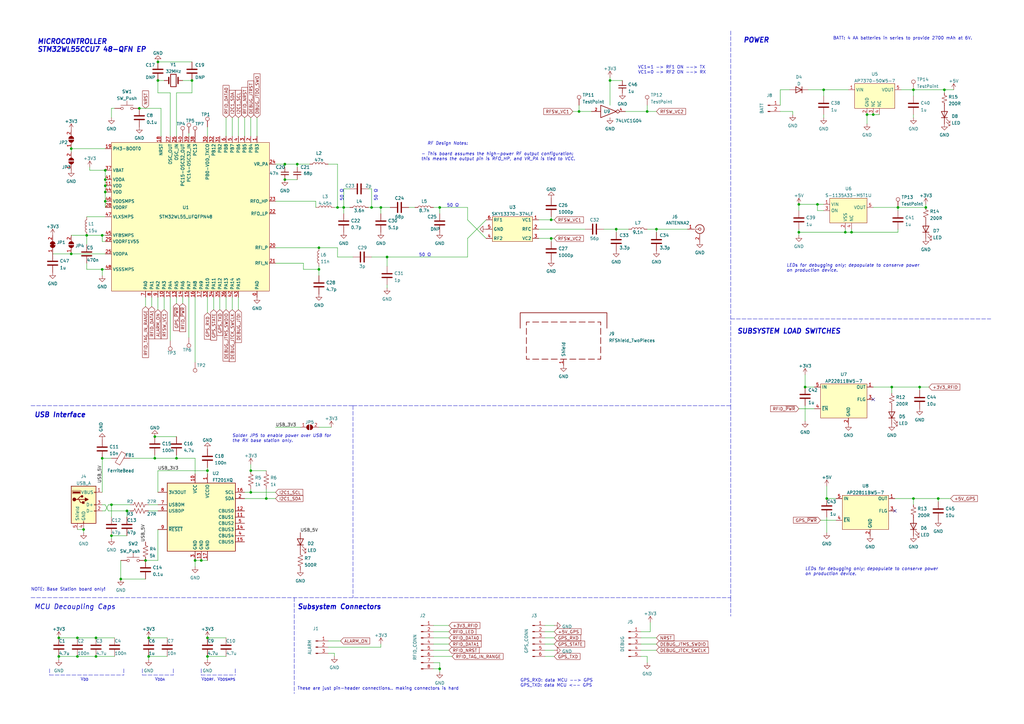
<source format=kicad_sch>
(kicad_sch (version 20211123) (generator eeschema)
  (paper "A3")
  (junction (at 85.09 269.24))
  (junction (at 43.18 73.66))
  (junction (at 349.25 95.25))
  (junction (at 226.06 97.79))
  (junction (at 265.43 45.72))
  (junction (at 59.69 229.87))
  (junction (at 39.37 269.24))
  (junction (at 327.66 83.82))
  (junction (at 29.21 104.14))
  (junction (at 85.09 261.62))
  (junction (at 116.84 73.66))
  (junction (at 384.81 204.47))
  (junction (at 109.22 204.47))
  (junction (at 377.19 158.75))
  (junction (at 327.66 95.25))
  (junction (at 35.56 96.52))
  (junction (at 358.14 46.99))
  (junction (at 156.21 85.09))
  (junction (at 102.87 201.93))
  (junction (at 78.74 33.02))
  (junction (at 337.82 36.83))
  (junction (at 31.75 261.62))
  (junction (at 339.09 204.47))
  (junction (at 140.97 85.09))
  (junction (at 335.28 83.82))
  (junction (at 252.73 93.98))
  (junction (at 180.34 85.09))
  (junction (at 41.91 187.96))
  (junction (at 43.18 76.2))
  (junction (at 130.81 101.6))
  (junction (at 250.19 33.02))
  (junction (at 269.24 93.98))
  (junction (at 49.53 237.49))
  (junction (at 41.91 110.49))
  (junction (at 31.75 269.24))
  (junction (at 45.72 207.01))
  (junction (at 64.77 33.02))
  (junction (at 64.77 25.4))
  (junction (at 355.6 46.99))
  (junction (at 130.81 110.49))
  (junction (at 116.84 67.31))
  (junction (at 121.92 67.31))
  (junction (at 102.87 193.04))
  (junction (at 346.71 95.25))
  (junction (at 158.75 105.41))
  (junction (at 41.91 96.52))
  (junction (at 63.5 179.07))
  (junction (at 24.13 269.24))
  (junction (at 330.2 158.75))
  (junction (at 138.43 85.09))
  (junction (at 52.07 209.55))
  (junction (at 43.18 82.55))
  (junction (at 60.96 269.24))
  (junction (at 152.4 85.09))
  (junction (at 45.72 219.71))
  (junction (at 63.5 187.96))
  (junction (at 365.76 158.75))
  (junction (at 379.73 85.09))
  (junction (at 180.34 274.32))
  (junction (at 85.09 193.04))
  (junction (at 374.65 204.47))
  (junction (at 226.06 90.17))
  (junction (at 43.18 69.85))
  (junction (at 24.13 261.62))
  (junction (at 57.15 44.45))
  (junction (at 387.35 36.83))
  (junction (at 34.29 217.17))
  (junction (at 374.65 36.83))
  (junction (at 29.21 60.96))
  (junction (at 39.37 261.62))
  (junction (at 60.96 261.62))
  (junction (at 368.3 85.09))
  (junction (at 43.18 78.74))
  (junction (at 237.49 45.72))
  (junction (at 80.01 229.87))
  (junction (at 82.55 229.87))
  (junction (at 72.39 187.96))
  (no_connect (at 358.14 163.83))
  (no_connect (at 367.03 209.55))
  (wire (pts (xy 59.69 229.87) (xy 64.77 229.87)))
  (wire (pts (xy 52.07 209.55) (xy 52.07 212.09)))
  (wire (pts (xy 223.52 269.24) (xy 227.33 269.24)))
  (wire (pts (xy 223.52 259.08) (xy 227.33 259.08)))
  (wire (pts (xy 320.04 36.83) (xy 323.85 36.83)))
  (wire (pts (xy 250.19 33.02) (xy 255.27 33.02)))
  (wire (pts (xy 100.33 48.26) (xy 100.33 55.88)))
  (wire (pts (xy 80.01 187.96) (xy 80.01 194.31)))
  (wire (pts (xy 69.85 121.92) (xy 69.85 139.7)))
  (wire (pts (xy 60.96 207.01) (xy 64.77 207.01)))
  (wire (pts (xy 100.33 201.93) (xy 102.87 201.93)))
  (wire (pts (xy 151.13 77.47) (xy 152.4 77.47)))
  (wire (pts (xy 138.43 85.09) (xy 140.97 85.09)))
  (wire (pts (xy 387.35 36.83) (xy 387.35 38.1)))
  (wire (pts (xy 44.45 207.01) (xy 45.72 207.01)))
  (polyline (pts (xy 50.8 274.32) (xy 50.8 276.86)))
  (wire (pts (xy 269.24 93.98) (xy 281.94 93.98)))
  (wire (pts (xy 250.19 31.75) (xy 250.19 33.02)))
  (wire (pts (xy 41.91 99.06) (xy 41.91 96.52)))
  (wire (pts (xy 92.71 48.26) (xy 92.71 55.88)))
  (polyline (pts (xy 299.72 166.37) (xy 299.72 245.11)))
  (wire (pts (xy 24.13 261.62) (xy 31.75 261.62)))
  (wire (pts (xy 105.41 48.26) (xy 105.41 55.88)))
  (wire (pts (xy 331.47 36.83) (xy 337.82 36.83)))
  (wire (pts (xy 24.13 270.51) (xy 24.13 269.24)))
  (wire (pts (xy 140.97 77.47) (xy 140.97 85.09)))
  (wire (pts (xy 177.8 85.09) (xy 180.34 85.09)))
  (wire (pts (xy 53.34 187.96) (xy 63.5 187.96)))
  (wire (pts (xy 130.81 101.6) (xy 138.43 101.6)))
  (wire (pts (xy 346.71 95.25) (xy 349.25 95.25)))
  (wire (pts (xy 379.73 83.82) (xy 379.73 85.09)))
  (wire (pts (xy 140.97 85.09) (xy 143.51 85.09)))
  (wire (pts (xy 152.4 85.09) (xy 156.21 85.09)))
  (wire (pts (xy 36.83 68.58) (xy 36.83 69.85)))
  (wire (pts (xy 337.82 46.99) (xy 337.82 48.26)))
  (wire (pts (xy 266.7 259.08) (xy 266.7 255.27)))
  (wire (pts (xy 100.33 204.47) (xy 109.22 204.47)))
  (wire (pts (xy 226.06 97.79) (xy 226.06 99.06)))
  (wire (pts (xy 49.53 237.49) (xy 59.69 237.49)))
  (wire (pts (xy 113.03 82.55) (xy 129.54 82.55)))
  (wire (pts (xy 57.15 44.45) (xy 66.04 44.45)))
  (wire (pts (xy 41.91 110.49) (xy 41.91 113.03)))
  (wire (pts (xy 85.09 121.92) (xy 85.09 128.27)))
  (wire (pts (xy 177.8 256.54) (xy 184.15 256.54)))
  (wire (pts (xy 49.53 229.87) (xy 49.53 237.49)))
  (wire (pts (xy 325.12 45.72) (xy 320.04 45.72)))
  (wire (pts (xy 66.04 44.45) (xy 66.04 55.88)))
  (wire (pts (xy 24.13 269.24) (xy 31.75 269.24)))
  (wire (pts (xy 247.65 93.98) (xy 252.73 93.98)))
  (wire (pts (xy 130.81 109.22) (xy 130.81 110.49)))
  (polyline (pts (xy 58.42 274.32) (xy 58.42 276.86)))
  (polyline (pts (xy 82.55 276.86) (xy 96.52 276.86)))
  (wire (pts (xy 116.84 73.66) (xy 121.92 73.66)))
  (wire (pts (xy 109.22 204.47) (xy 113.03 204.47)))
  (wire (pts (xy 116.84 67.31) (xy 121.92 67.31)))
  (polyline (pts (xy 58.42 276.86) (xy 71.12 276.86)))
  (wire (pts (xy 339.09 199.39) (xy 339.09 204.47)))
  (wire (pts (xy 262.89 261.62) (xy 269.24 261.62)))
  (wire (pts (xy 45.72 219.71) (xy 52.07 219.71)))
  (wire (pts (xy 129.54 82.55) (xy 129.54 85.09)))
  (wire (pts (xy 34.29 218.44) (xy 34.29 217.17)))
  (wire (pts (xy 74.93 33.02) (xy 78.74 33.02)))
  (wire (pts (xy 387.35 36.83) (xy 391.16 36.83)))
  (wire (pts (xy 177.8 271.78) (xy 180.34 271.78)))
  (wire (pts (xy 72.39 186.69) (xy 72.39 187.96)))
  (wire (pts (xy 44.45 209.55) (xy 43.18 207.01)))
  (wire (pts (xy 134.62 262.89) (xy 139.7 262.89)))
  (polyline (pts (xy 144.78 166.37) (xy 299.72 166.37)))
  (wire (pts (xy 39.37 269.24) (xy 46.99 269.24)))
  (wire (pts (xy 220.98 90.17) (xy 226.06 90.17)))
  (wire (pts (xy 97.79 121.92) (xy 97.79 127)))
  (wire (pts (xy 29.21 104.14) (xy 43.18 104.14)))
  (wire (pts (xy 374.65 204.47) (xy 374.65 207.01)))
  (wire (pts (xy 31.75 269.24) (xy 39.37 269.24)))
  (wire (pts (xy 113.03 107.95) (xy 124.46 107.95)))
  (wire (pts (xy 77.47 54.61) (xy 77.47 55.88)))
  (wire (pts (xy 35.56 88.9) (xy 43.18 88.9)))
  (wire (pts (xy 36.83 69.85) (xy 43.18 69.85)))
  (wire (pts (xy 124.46 110.49) (xy 130.81 110.49)))
  (wire (pts (xy 220.98 97.79) (xy 226.06 97.79)))
  (wire (pts (xy 43.18 99.06) (xy 41.91 99.06)))
  (wire (pts (xy 346.71 95.25) (xy 346.71 93.98)))
  (wire (pts (xy 152.4 77.47) (xy 152.4 85.09)))
  (polyline (pts (xy 120.65 245.11) (xy 120.65 284.48)))
  (wire (pts (xy 151.13 85.09) (xy 152.4 85.09)))
  (wire (pts (xy 369.57 36.83) (xy 374.65 36.83)))
  (wire (pts (xy 137.16 267.97) (xy 137.16 269.24)))
  (wire (pts (xy 156.21 85.09) (xy 156.21 87.63)))
  (wire (pts (xy 384.81 204.47) (xy 389.89 204.47)))
  (wire (pts (xy 60.96 209.55) (xy 64.77 209.55)))
  (wire (pts (xy 355.6 46.99) (xy 358.14 46.99)))
  (polyline (pts (xy 20.32 274.32) (xy 20.32 276.86)))
  (wire (pts (xy 226.06 97.79) (xy 227.33 97.79)))
  (wire (pts (xy 64.77 25.4) (xy 78.74 25.4)))
  (wire (pts (xy 137.16 85.09) (xy 138.43 85.09)))
  (wire (pts (xy 250.19 33.02) (xy 250.19 43.18)))
  (wire (pts (xy 252.73 93.98) (xy 257.81 93.98)))
  (wire (pts (xy 60.96 269.24) (xy 60.96 270.51)))
  (wire (pts (xy 39.37 261.62) (xy 46.99 261.62)))
  (polyline (pts (xy 144.78 166.37) (xy 144.78 245.11)))
  (wire (pts (xy 327.66 167.64) (xy 334.01 167.64)))
  (wire (pts (xy 191.77 85.09) (xy 191.77 90.17)))
  (wire (pts (xy 262.89 259.08) (xy 266.7 259.08)))
  (wire (pts (xy 158.75 105.41) (xy 191.77 105.41)))
  (wire (pts (xy 365.76 158.75) (xy 377.19 158.75)))
  (wire (pts (xy 335.28 83.82) (xy 327.66 83.82)))
  (wire (pts (xy 72.39 187.96) (xy 80.01 187.96)))
  (wire (pts (xy 158.75 105.41) (xy 158.75 109.22)))
  (wire (pts (xy 78.74 33.02) (xy 78.74 38.1)))
  (wire (pts (xy 109.22 200.66) (xy 109.22 204.47)))
  (wire (pts (xy 69.85 38.1) (xy 64.77 38.1)))
  (wire (pts (xy 74.93 121.92) (xy 74.93 124.46)))
  (wire (pts (xy 63.5 186.69) (xy 63.5 187.96)))
  (wire (pts (xy 177.8 269.24) (xy 185.42 269.24)))
  (wire (pts (xy 43.18 73.66) (xy 43.18 76.2)))
  (wire (pts (xy 85.09 261.62) (xy 92.71 261.62)))
  (wire (pts (xy 67.31 121.92) (xy 67.31 127)))
  (wire (pts (xy 85.09 52.07) (xy 85.09 55.88)))
  (wire (pts (xy 223.52 261.62) (xy 227.33 261.62)))
  (wire (pts (xy 180.34 85.09) (xy 191.77 85.09)))
  (wire (pts (xy 191.77 97.79) (xy 191.77 105.41)))
  (wire (pts (xy 191.77 90.17) (xy 199.39 97.79)))
  (wire (pts (xy 337.82 83.82) (xy 335.28 83.82)))
  (polyline (pts (xy 20.32 276.86) (xy 50.8 276.86)))
  (wire (pts (xy 223.52 264.16) (xy 227.33 264.16)))
  (wire (pts (xy 327.66 95.25) (xy 346.71 95.25)))
  (polyline (pts (xy 12.7 245.11) (xy 299.72 245.11)))
  (wire (pts (xy 102.87 48.26) (xy 102.87 55.88)))
  (wire (pts (xy 69.85 55.88) (xy 69.85 38.1)))
  (wire (pts (xy 177.8 261.62) (xy 184.15 261.62)))
  (polyline (pts (xy 299.72 12.7) (xy 299.72 166.37)))
  (wire (pts (xy 339.09 204.47) (xy 342.9 204.47)))
  (wire (pts (xy 226.06 90.17) (xy 227.33 90.17)))
  (wire (pts (xy 330.2 172.72) (xy 330.2 166.37)))
  (wire (pts (xy 130.81 110.49) (xy 130.81 113.03)))
  (wire (pts (xy 158.75 116.84) (xy 158.75 118.11)))
  (wire (pts (xy 43.18 82.55) (xy 43.18 85.09)))
  (wire (pts (xy 80.01 232.41) (xy 80.01 229.87)))
  (wire (pts (xy 152.4 105.41) (xy 158.75 105.41)))
  (wire (pts (xy 64.77 193.04) (xy 64.77 201.93)))
  (wire (pts (xy 97.79 48.26) (xy 97.79 55.88)))
  (wire (pts (xy 35.56 96.52) (xy 41.91 96.52)))
  (wire (pts (xy 134.62 67.31) (xy 138.43 67.31)))
  (wire (pts (xy 45.72 48.26) (xy 45.72 44.45)))
  (wire (pts (xy 336.55 213.36) (xy 342.9 213.36)))
  (wire (pts (xy 368.3 95.25) (xy 349.25 95.25)))
  (wire (pts (xy 41.91 187.96) (xy 45.72 187.96)))
  (wire (pts (xy 265.43 45.72) (xy 256.54 45.72)))
  (wire (pts (xy 365.76 158.75) (xy 365.76 161.29)))
  (wire (pts (xy 85.09 193.04) (xy 85.09 194.31)))
  (wire (pts (xy 41.91 187.96) (xy 41.91 201.93)))
  (wire (pts (xy 252.73 93.98) (xy 252.73 95.25)))
  (wire (pts (xy 180.34 271.78) (xy 180.34 274.32)))
  (wire (pts (xy 64.77 121.92) (xy 64.77 127)))
  (wire (pts (xy 269.24 45.72) (xy 265.43 45.72)))
  (wire (pts (xy 29.21 96.52) (xy 35.56 96.52)))
  (wire (pts (xy 223.52 266.7) (xy 227.33 266.7)))
  (wire (pts (xy 262.89 264.16) (xy 269.24 264.16)))
  (wire (pts (xy 237.49 43.18) (xy 237.49 45.72)))
  (wire (pts (xy 138.43 67.31) (xy 138.43 85.09)))
  (wire (pts (xy 265.43 43.18) (xy 265.43 45.72)))
  (wire (pts (xy 95.25 121.92) (xy 95.25 127)))
  (wire (pts (xy 63.5 179.07) (xy 72.39 179.07)))
  (wire (pts (xy 367.03 204.47) (xy 374.65 204.47)))
  (wire (pts (xy 85.09 191.77) (xy 85.09 193.04)))
  (wire (pts (xy 156.21 264.16) (xy 156.21 265.43)))
  (wire (pts (xy 262.89 266.7) (xy 269.24 266.7)))
  (wire (pts (xy 374.65 46.99) (xy 374.65 48.26)))
  (wire (pts (xy 21.59 104.14) (xy 29.21 104.14)))
  (wire (pts (xy 167.64 85.09) (xy 170.18 85.09)))
  (polyline (pts (xy 82.55 274.32) (xy 82.55 276.86)))
  (wire (pts (xy 29.21 60.96) (xy 43.18 60.96)))
  (wire (pts (xy 368.3 93.98) (xy 368.3 95.25)))
  (wire (pts (xy 140.97 85.09) (xy 140.97 87.63)))
  (wire (pts (xy 92.71 121.92) (xy 92.71 127)))
  (wire (pts (xy 113.03 175.26) (xy 123.19 175.26)))
  (wire (pts (xy 121.92 67.31) (xy 127 67.31)))
  (wire (pts (xy 269.24 93.98) (xy 269.24 95.25)))
  (wire (pts (xy 234.95 45.72) (xy 237.49 45.72)))
  (wire (pts (xy 64.77 33.02) (xy 67.31 33.02)))
  (wire (pts (xy 45.72 207.01) (xy 53.34 207.01)))
  (wire (pts (xy 177.8 259.08) (xy 184.15 259.08)))
  (wire (pts (xy 349.25 95.25) (xy 349.25 93.98)))
  (wire (pts (xy 52.07 209.55) (xy 53.34 209.55)))
  (wire (pts (xy 85.09 269.24) (xy 92.71 269.24)))
  (wire (pts (xy 41.91 207.01) (xy 43.18 207.01)))
  (wire (pts (xy 64.77 38.1) (xy 64.77 33.02)))
  (wire (pts (xy 44.45 209.55) (xy 52.07 209.55)))
  (wire (pts (xy 72.39 121.92) (xy 72.39 124.46)))
  (wire (pts (xy 35.56 107.95) (xy 35.56 110.49)))
  (wire (pts (xy 337.82 36.83) (xy 337.82 39.37)))
  (wire (pts (xy 339.09 218.44) (xy 339.09 212.09)))
  (wire (pts (xy 124.46 107.95) (xy 124.46 110.49)))
  (wire (pts (xy 102.87 200.66) (xy 102.87 201.93)))
  (wire (pts (xy 41.91 209.55) (xy 43.18 209.55)))
  (wire (pts (xy 223.52 256.54) (xy 227.33 256.54)))
  (wire (pts (xy 116.84 67.31) (xy 116.84 68.58)))
  (wire (pts (xy 355.6 46.99) (xy 355.6 50.8)))
  (wire (pts (xy 177.8 264.16) (xy 184.15 264.16)))
  (wire (pts (xy 191.77 97.79) (xy 199.39 90.17)))
  (wire (pts (xy 45.72 220.98) (xy 45.72 219.71)))
  (wire (pts (xy 327.66 83.82) (xy 327.66 86.36)))
  (wire (pts (xy 265.43 93.98) (xy 269.24 93.98)))
  (wire (pts (xy 31.75 261.62) (xy 39.37 261.62)))
  (wire (pts (xy 64.77 217.17) (xy 64.77 229.87)))
  (wire (pts (xy 45.72 44.45) (xy 46.99 44.45)))
  (wire (pts (xy 226.06 88.9) (xy 226.06 90.17)))
  (wire (pts (xy 121.92 67.31) (xy 121.92 68.58)))
  (wire (pts (xy 358.14 46.99) (xy 360.68 46.99)))
  (wire (pts (xy 113.03 67.31) (xy 116.84 67.31)))
  (wire (pts (xy 327.66 93.98) (xy 327.66 95.25)))
  (wire (pts (xy 62.23 121.92) (xy 62.23 125.73)))
  (wire (pts (xy 29.21 60.96) (xy 29.21 62.23)))
  (wire (pts (xy 102.87 190.5) (xy 102.87 193.04)))
  (wire (pts (xy 265.43 271.78) (xy 265.43 269.24)))
  (polyline (pts (xy 71.12 274.32) (xy 71.12 276.86)))
  (wire (pts (xy 72.39 38.1) (xy 72.39 55.88)))
  (wire (pts (xy 41.91 96.52) (xy 43.18 96.52)))
  (wire (pts (xy 80.01 229.87) (xy 82.55 229.87)))
  (wire (pts (xy 384.81 204.47) (xy 384.81 205.74)))
  (wire (pts (xy 72.39 38.1) (xy 78.74 38.1)))
  (wire (pts (xy 95.25 48.26) (xy 95.25 55.88)))
  (wire (pts (xy 374.65 204.47) (xy 384.81 204.47)))
  (wire (pts (xy 43.18 209.55) (xy 44.45 207.01)))
  (wire (pts (xy 330.2 153.67) (xy 330.2 158.75)))
  (wire (pts (xy 368.3 85.09) (xy 368.3 86.36)))
  (wire (pts (xy 43.18 78.74) (xy 43.18 82.55)))
  (wire (pts (xy 43.18 76.2) (xy 43.18 78.74)))
  (wire (pts (xy 60.96 269.24) (xy 68.58 269.24)))
  (wire (pts (xy 374.65 36.83) (xy 387.35 36.83)))
  (wire (pts (xy 358.14 158.75) (xy 365.76 158.75)))
  (wire (pts (xy 130.81 175.26) (xy 135.89 175.26)))
  (wire (pts (xy 64.77 193.04) (xy 85.09 193.04)))
  (wire (pts (xy 113.03 101.6) (xy 130.81 101.6)))
  (wire (pts (xy 265.43 269.24) (xy 262.89 269.24)))
  (wire (pts (xy 138.43 101.6) (xy 138.43 105.41)))
  (wire (pts (xy 320.04 43.18) (xy 320.04 36.83)))
  (wire (pts (xy 45.72 207.01) (xy 45.72 212.09)))
  (wire (pts (xy 180.34 274.32) (xy 180.34 275.59)))
  (wire (pts (xy 237.49 45.72) (xy 242.57 45.72)))
  (wire (pts (xy 377.19 158.75) (xy 377.19 160.02)))
  (wire (pts (xy 134.62 267.97) (xy 137.16 267.97)))
  (wire (pts (xy 31.75 217.17) (xy 34.29 217.17)))
  (wire (pts (xy 63.5 187.96) (xy 72.39 187.96)))
  (wire (pts (xy 41.91 110.49) (xy 43.18 110.49)))
  (wire (pts (xy 35.56 110.49) (xy 41.91 110.49)))
  (wire (pts (xy 325.12 46.99) (xy 325.12 45.72)))
  (wire (pts (xy 374.65 36.83) (xy 374.65 39.37)))
  (wire (pts (xy 177.8 274.32) (xy 180.34 274.32)))
  (wire (pts (xy 35.56 96.52) (xy 35.56 100.33)))
  (wire (pts (xy 90.17 121.92) (xy 90.17 127)))
  (wire (pts (xy 82.55 229.87) (xy 85.09 229.87)))
  (wire (pts (xy 177.8 266.7) (xy 184.15 266.7)))
  (wire (pts (xy 337.82 86.36) (xy 335.28 86.36)))
  (wire (pts (xy 368.3 85.09) (xy 379.73 85.09)))
  (wire (pts (xy 180.34 85.09) (xy 180.34 87.63)))
  (wire (pts (xy 102.87 193.04) (xy 109.22 193.04)))
  (wire (pts (xy 337.82 36.83) (xy 347.98 36.83)))
  (wire (pts (xy 330.2 158.75) (xy 334.01 158.75)))
  (wire (pts (xy 156.21 85.09) (xy 160.02 85.09)))
  (wire (pts (xy 87.63 121.92) (xy 87.63 127)))
  (wire (pts (xy 143.51 77.47) (xy 140.97 77.47)))
  (wire (pts (xy 368.3 85.09) (xy 358.14 85.09)))
  (wire (pts (xy 77.47 121.92) (xy 77.47 138.43)))
  (wire (pts (xy 102.87 201.93) (xy 113.03 201.93)))
  (wire (pts (xy 85.09 270.51) (xy 85.09 269.24)))
  (polyline (pts (xy 299.72 130.81) (xy 406.4 130.81)))
  (polyline (pts (xy 96.52 274.32) (xy 96.52 276.86)))
  (polyline (pts (xy 299.72 245.11) (xy 299.72 252.73)))
  (wire (pts (xy 60.96 261.62) (xy 68.58 261.62)))
  (wire (pts (xy 43.18 69.85) (xy 43.18 73.66)))
  (wire (pts (xy 80.01 121.92) (xy 80.01 148.59)))
  (wire (pts (xy 327.66 95.25) (xy 327.66 96.52)))
  (wire (pts (xy 335.28 83.82) (xy 335.28 86.36)))
  (wire (pts (xy 377.19 158.75) (xy 381 158.75)))
  (wire (pts (xy 59.69 121.92) (xy 59.69 125.73)))
  (wire (pts (xy 220.98 93.98) (xy 240.03 93.98)))
  (wire (pts (xy 138.43 105.41) (xy 144.78 105.41)))
  (polyline (pts (xy 12.7 166.37) (xy 144.78 166.37)))
  (wire (pts (xy 134.62 265.43) (xy 156.21 265.43)))
  (text "NOTE: Base Station board only!" (at 12.7 242.57 0) (effects (font (size 1.27 1.27)) (justify left bottom)))
  (text "V_{DD} \n" (at 33.02 279.4 0) (effects (font (size 1.27 1.27)) (justify left bottom)))
  (text "Subsystem Connectors" (at 121.92 250.19 0) (effects (font (size 2 2) bold italic) (justify left bottom)))
  (text "These are just pin-header connections.. making connectors is hard\n" (at 121.92 283.21 0) (effects (font (size 1.27 1.27)) (justify left bottom)))
  (text "50 Ω \n" (at 189.23 85.09 180) (effects (font (size 1.27 1.27)) (justify right bottom)))
  (text "SUBSYSTEM LOAD SWITCHES" (at 302.26 137.16 0) (effects (font (size 2 2) (thickness 0.4) bold italic) (justify left bottom)))
  (text "VC1=1 -> RF1 ON --> TX \nVC1=0 -> RF2 ON --> RX\n" (at 261.62 30.48 0) (effects (font (size 1.27 1.27)) (justify left bottom)))
  (text "MICROCONTROLLER\nSTM32WL55CCU7 48-QFN EP\n" (at 15.24 21.59 0) (effects (font (size 2 2) (thickness 0.4) bold italic) (justify left bottom)))
  (text "Solder JP5 to enable power over USB for \nthe RX base station only. " (at 95.25 181.61 0) (effects (font (size 1.27 1.27) italic) (justify left bottom)))
  (text "V_{DDA}\n" (at 63.5 279.4 0) (effects (font (size 1.27 1.27)) (justify left bottom)))
  (text "50 Ω " (at 140.97 82.55 90) (effects (font (size 1.27 1.27)) (justify left bottom)))
  (text "BATT: 4 AA batteries in series to provide 2700 mAh at 6V. " (at 341.63 16.51 0) (effects (font (size 1.27 1.27)) (justify left bottom)))
  (text "LEDs for debugging only; depopulate to conserve power \non production device.\n" (at 322.58 111.76 0) (effects (font (size 1.27 1.27) italic) (justify left bottom)))
  (text "50 Ω \n" (at 177.8 105.41 180) (effects (font (size 1.27 1.27)) (justify right bottom)))
  (text "MCU Decoupling Caps" (at 13.97 250.19 0) (effects (font (size 2 2) (thickness 0.254) bold italic) (justify left bottom)))
  (text "V_{DDRF}, V_{DDSMPS}" (at 82.55 279.4 0) (effects (font (size 1.27 1.27)) (justify left bottom)))
  (text "50 Ω \n" (at 154.94 82.55 90) (effects (font (size 1.27 1.27)) (justify left bottom)))
  (text "GPS_RXD: data MCU --> GPS\nGPS_TXD: data MCU <-- GPS\n" (at 213.36 281.94 0) (effects (font (size 1.27 1.27)) (justify left bottom)))
  (text "POWER" (at 304.8 17.78 0) (effects (font (size 2 2) (thickness 0.4) bold italic) (justify left bottom)))
  (text "USB Interface\n" (at 13.97 171.45 0) (effects (font (size 2 2) bold italic) (justify left bottom)))
  (text "RF Design Notes: " (at 175.26 59.69 0) (effects (font (size 1.27 1.27) italic) (justify left bottom)))
  (text "LEDs for debugging only; depopulate to conserve power \non production device.\n" (at 330.2 236.22 0) (effects (font (size 1.27 1.27) italic) (justify left bottom)))
  (text "- This board assumes the high-power RF output configuration: \nthis means the output pin is RFO_HP, and VR_PA is tied to VCC. " (at 172.72 66.04 0) (effects (font (size 1.27 1.27) italic) (justify left bottom)))
  (label "USB_3V3" (at 113.03 175.26 0))
  (label "USB_5V" (at 59.69 222.25 90))
  (label "USB_3V3" (at 64.77 193.04 0))
  (label "USB_5V" (at 41.91 198.12 90))
  (label "USB_5V" (at 123.19 218.44 0))
  (global_label "GPS_~{PWR}" (shape input) (at 72.39 124.46 270) (property "Intersheet References" "${INTERSHEET_REFS}" (effects hide)))
  (global_label "I2C1_SCL" (shape input) (at 113.03 201.93 0) (property "Intersheet References" "${INTERSHEET_REFS}" (effects hide)))
  (global_label "RFID_TAG_IN_RANGE" (shape input) (at 185.42 269.24 0) (property "Intersheet References" "${INTERSHEET_REFS}" (effects hide)))
  (global_label "DBUG_JTDO_SWO" (shape input) (at 105.41 48.26 90) (property "Intersheet References" "${INTERSHEET_REFS}" (effects hide)))
  (global_label "RFID_NRST" (shape input) (at 184.15 266.7 0) (property "Intersheet References" "${INTERSHEET_REFS}" (effects hide)))
  (global_label "+5V_GPS" (shape input) (at 227.33 259.08 0) (property "Intersheet References" "${INTERSHEET_REFS}" (effects hide)))
  (global_label "GPS_TXD" (shape input) (at 90.17 127 270) (property "Intersheet References" "${INTERSHEET_REFS}" (effects hide)))
  (global_label "RFID_DATA0" (shape input) (at 92.71 48.26 90) (property "Intersheet References" "${INTERSHEET_REFS}" (effects hide)))
  (global_label "RFID_~{PWR}" (shape input) (at 327.66 167.64 180) (property "Intersheet References" "${INTERSHEET_REFS}" (effects hide)))
  (global_label "RFID_LED" (shape input) (at 184.15 259.08 0) (property "Intersheet References" "${INTERSHEET_REFS}" (effects hide)))
  (global_label "RFSW_VC2" (shape input) (at 269.24 45.72 0) (property "Intersheet References" "${INTERSHEET_REFS}" (effects hide)))
  (global_label "GPS_RXD" (shape input) (at 227.33 261.62 0) (property "Intersheet References" "${INTERSHEET_REFS}" (effects hide)))
  (global_label "GPS_STATE" (shape input) (at 87.63 127 270) (property "Intersheet References" "${INTERSHEET_REFS}" (effects hide)))
  (global_label "RFID_DATA1" (shape input) (at 62.23 125.73 270) (property "Intersheet References" "${INTERSHEET_REFS}" (effects hide)))
  (global_label "DEBUG_JTCK_SWCLK" (shape input) (at 269.24 266.7 0) (property "Intersheet References" "${INTERSHEET_REFS}" (effects hide)))
  (global_label "RFSW_VC2" (shape input) (at 227.33 97.79 0) (property "Intersheet References" "${INTERSHEET_REFS}" (effects hide)))
  (global_label "I2C1_SDA" (shape input) (at 95.25 48.26 90) (property "Intersheet References" "${INTERSHEET_REFS}" (effects hide)))
  (global_label "+3V3_RFID" (shape input) (at 381 158.75 0) (property "Intersheet References" "${INTERSHEET_REFS}" (effects hide)))
  (global_label "RFID_NRST" (shape input) (at 100.33 48.26 90) (property "Intersheet References" "${INTERSHEET_REFS}" (effects hide)))
  (global_label "NRST" (shape input) (at 269.24 261.62 0) (property "Intersheet References" "${INTERSHEET_REFS}" (effects hide)))
  (global_label "I2C1_SCL" (shape input) (at 97.79 48.26 90) (property "Intersheet References" "${INTERSHEET_REFS}" (effects hide)))
  (global_label "RFID_DATA1" (shape input) (at 184.15 264.16 0) (property "Intersheet References" "${INTERSHEET_REFS}" (effects hide)))
  (global_label "NRST" (shape input) (at 59.69 44.45 90) (property "Intersheet References" "${INTERSHEET_REFS}" (effects hide)))
  (global_label "DEBUG_JTCK_SWCLK" (shape input) (at 95.25 127 270) (property "Intersheet References" "${INTERSHEET_REFS}" (effects hide)))
  (global_label "DEBUG_JTMS_SWDIO" (shape input) (at 269.24 264.16 0) (property "Intersheet References" "${INTERSHEET_REFS}" (effects hide)))
  (global_label "+5V_GPS" (shape input) (at 389.89 204.47 0) (property "Intersheet References" "${INTERSHEET_REFS}" (effects hide)))
  (global_label "RFSW_VC1" (shape input) (at 234.95 45.72 180) (property "Intersheet References" "${INTERSHEET_REFS}" (effects hide)))
  (global_label "RFID_~{PWR}" (shape input) (at 74.93 124.46 270) (property "Intersheet References" "${INTERSHEET_REFS}" (effects hide)))
  (global_label "DEBUG_JTRST" (shape input) (at 102.87 48.26 90) (property "Intersheet References" "${INTERSHEET_REFS}" (effects hide)))
  (global_label "RFID_TAG_IN_RANGE" (shape input) (at 59.69 125.73 270) (property "Intersheet References" "${INTERSHEET_REFS}" (effects hide)))
  (global_label "ALARM_ON" (shape input) (at 139.7 262.89 0) (property "Intersheet References" "${INTERSHEET_REFS}" (effects hide)))
  (global_label "RFSW_VC1" (shape input) (at 227.33 90.17 0) (property "Intersheet References" "${INTERSHEET_REFS}" (effects hide)))
  (global_label "DEBUG_JTMS_SWDIO" (shape input) (at 92.71 127 270) (property "Intersheet References" "${INTERSHEET_REFS}" (effects hide)))
  (global_label "RFSW_VC1" (shape input) (at 67.31 127 270) (property "Intersheet References" "${INTERSHEET_REFS}" (effects hide)))
  (global_label "GPS_~{PWR}" (shape input) (at 336.55 213.36 180) (property "Intersheet References" "${INTERSHEET_REFS}" (effects hide)))
  (global_label "+3V3_RFID" (shape input) (at 184.15 256.54 0) (property "Intersheet References" "${INTERSHEET_REFS}" (effects hide)))
  (global_label "I2C1_SDA" (shape input) (at 113.03 204.47 0) (property "Intersheet References" "${INTERSHEET_REFS}" (effects hide)))
  (global_label "RFID_DATA0" (shape input) (at 184.15 261.62 0) (property "Intersheet References" "${INTERSHEET_REFS}" (effects hide)))
  (global_label "ALARM_ON" (shape input) (at 64.77 127 270) (property "Intersheet References" "${INTERSHEET_REFS}" (effects hide)))
  (global_label "GPS_STATE" (shape input) (at 227.33 264.16 0) (property "Intersheet References" "${INTERSHEET_REFS}" (effects hide)))
  (global_label "DEBUG_JTDI" (shape input) (at 97.79 127 270) (property "Intersheet References" "${INTERSHEET_REFS}" (effects hide)))
  (global_label "GPS_TXD" (shape input) (at 227.33 269.24 0) (property "Intersheet References" "${INTERSHEET_REFS}" (effects hide)))
  (global_label "GPS_RXD" (shape input) (at 85.09 128.27 270) (property "Intersheet References" "${INTERSHEET_REFS}" (effects hide)))
  (symbol (lib_id "Switch:SW_Push") (at 54.61 229.87 0) (unit 1)
    (property "Reference" "SW2" (at 54.61 222.9825 0))
    (property "Value" "SW_Push" (at 53.34 226.06 0))
    (property "Footprint" "Connector_PinSocket_2.54mm:PinSocket_1x02_P2.54mm_Vertical" (effects hide))
  )
  (symbol (lib_id "power:GND") (at 365.76 173.99 0) (unit 1)
    (property "Reference" "#PWR069" (effects hide))
    (property "Value" "GND" (at 365.76 178.5525 0))
  )
  (symbol (lib_id "Device:C_Small") (at 121.92 71.12 0) (unit 1)
    (property "Reference" "C21" (at 123.19 68.58 0) (effects (justify left)))
    (property "Value" "68p" (at 124.46 71.12 0) (effects (justify left)))
    (property "Footprint" "Capacitor_SMD:C_0603_1608Metric" (effects hide))
  )
  (symbol (lib_id "Device:C_Small") (at 255.27 35.56 0) (unit 1)
    (property "Reference" "C46" (at 257.5941 34.6578 0) (effects (justify left)))
    (property "Value" "1u" (at 257.5941 37.4329 0) (effects (justify left)))
    (property "Footprint" "Capacitor_SMD:C_0805_2012Metric" (effects hide))
  )
  (symbol (lib_id "Device:C") (at 63.5 182.88 0) (unit 1)
    (property "Reference" "C15" (at 66.421 181.9715 0) (effects (justify left)))
    (property "Value" "100n" (at 66.421 184.7466 0) (effects (justify left)))
    (property "Footprint" "Capacitor_SMD:C_0805_2012Metric" (effects hide))
  )
  (symbol (lib_id "power:GND") (at 339.09 218.44 0) (unit 1)
    (property "Reference" "#PWR066" (effects hide))
    (property "Value" "GND" (at 339.09 223.0025 0))
  )
  (symbol (lib_id "Device:C") (at 327.66 90.17 0) (unit 1)
    (property "Reference" "C39" (at 330.581 89.2615 0) (effects (justify left)))
    (property "Value" "1u" (at 330.581 92.0366 0) (effects (justify left)))
    (property "Footprint" "Capacitor_SMD:C_0805_2012Metric" (effects hide))
  )
  (symbol (lib_id "Device:C") (at 31.75 265.43 0) (unit 1)
    (property "Reference" "C2" (at 31.75 262.89 0) (effects (justify left)))
    (property "Value" "100n" (at 31.75 267.97 0) (effects (justify left)))
    (property "Footprint" "Capacitor_SMD:C_0603_1608Metric" (effects hide))
  )
  (symbol (lib_id "Jumper:SolderJumper_2_Bridged") (at 21.59 100.33 90) (unit 1)
    (property "Reference" "JP1" (at 23.241 99.4215 90) (effects (justify right)))
    (property "Value" "SolderJumper_2_Bridged" (effects hide))
    (property "Footprint" "Jumper:SolderJumper-2_P1.3mm_Open_TrianglePad1.0x1.5mm" (effects hide))
  )
  (symbol (lib_id "power:+3V3") (at 36.83 68.58 0) (unit 1)
    (property "Reference" "#PWR06" (effects hide))
    (property "Value" "+3V3" (at 36.83 64.9755 0))
  )
  (symbol (lib_id "Device:R_US") (at 102.87 196.85 0) (unit 1)
    (property "Reference" "R5" (at 104.521 195.9415 0) (effects (justify left)))
    (property "Value" "1k" (at 104.521 198.7166 0) (effects (justify left)))
    (property "Footprint" "Resistor_SMD:R_0805_2012Metric_Pad1.20x1.40mm_HandSolder" (effects hide))
  )
  (symbol (lib_id "power:GND") (at 337.82 48.26 0) (unit 1)
    (property "Reference" "#PWR059" (effects hide))
    (property "Value" "GND" (at 337.82 52.8225 0))
  )
  (symbol (lib_id "new_symbols:AP7370-50W5-7") (at 347.98 36.83 0) (unit 1)
    (property "Reference" "U5" (at 358.775 30.3743 0))
    (property "Value" "AP7370-50W5-7" (at 358.775 33.1494 0))
    (property "Footprint" "new_footprints:SOT25" (effects hide))
  )
  (symbol (lib_id "power:GND") (at 63.5 179.07 180) (unit 1)
    (property "Reference" "#PWR028" (effects hide))
    (property "Value" "GND" (at 63.5 175.4655 0))
  )
  (symbol (lib_id "Jumper:SolderJumper_2_Open") (at 29.21 57.15 90) (unit 1)
    (property "Reference" "JP2" (at 24.13 58.42 90) (effects (justify right)))
    (property "Value" "SolderJumper_2_Open" (effects hide))
    (property "Footprint" "Jumper:SolderJumper-2_P1.3mm_Open_TrianglePad1.0x1.5mm" (effects hide))
  )
  (symbol (lib_id "Device:C") (at 35.56 104.14 0) (unit 1)
    (property "Reference" "C5" (at 35.56 101.6 0) (effects (justify left)))
    (property "Value" "470n" (at 35.56 106.68 0) (effects (justify left)))
    (property "Footprint" "Capacitor_SMD:C_0805_2012Metric" (effects hide))
  )
  (symbol (lib_id "Device:LED") (at 387.35 46.99 90) (unit 1)
    (property "Reference" "D8" (at 390.271 47.669 90) (effects (justify right)))
    (property "Value" "LED" (at 390.271 50.4441 90) (effects (justify right)))
    (property "Footprint" "LED_SMD:LED_0805_2012Metric" (effects hide))
  )
  (symbol (lib_id "power:GND") (at 60.96 270.51 0) (unit 1)
    (property "Reference" "#PWR010" (effects hide))
    (property "Value" "GND" (at 60.96 275.0725 0))
  )
  (symbol (lib_id "Connector:TestPoint") (at 265.43 43.18 0) (unit 1)
    (property "Reference" "TP12" (at 266.827 38.9695 0) (effects (justify left)))
    (property "Value" "TestPoint" (at 266.827 41.7446 0) (effects (justify left)))
    (property "Footprint" "Connector_PinHeader_2.54mm:PinHeader_1x01_P2.54mm_Vertical" (effects hide))
  )
  (symbol (lib_id "power:GND") (at 355.6 50.8 0) (unit 1)
    (property "Reference" "#PWR062" (effects hide))
    (property "Value" "GND" (at 355.6 55.3625 0))
  )
  (symbol (lib_id "Device:C") (at 130.81 116.84 0) (unit 1)
    (property "Reference" "C28" (at 133.731 115.9315 0) (effects (justify left)))
    (property "Value" "4.7p" (at 133.731 118.7066 0) (effects (justify left)))
    (property "Footprint" "Capacitor_SMD:C_0805_2012Metric" (effects hide))
  )
  (symbol (lib_id "Device:R_Small_US") (at 379.73 87.63 0) (unit 1)
    (property "Reference" "R14" (at 381.381 86.7215 0) (effects (justify left)))
    (property "Value" "200R" (at 381.381 89.4966 0) (effects (justify left)))
    (property "Footprint" "Resistor_SMD:R_0805_2012Metric_Pad1.20x1.40mm_HandSolder" (effects hide))
  )
  (symbol (lib_id "power:GND") (at 49.53 237.49 0) (unit 1)
    (property "Reference" "#PWR027" (effects hide))
    (property "Value" "GND" (at 49.53 242.0525 0))
  )
  (symbol (lib_id "Connector:TestPoint") (at 74.93 55.88 0) (unit 1)
    (property "Reference" "TP4" (at 72.39 50.8 0) (effects (justify left)))
    (property "Value" "TestPoint" (effects hide))
    (property "Footprint" "Connector_PinHeader_2.54mm:PinHeader_1x01_P2.54mm_Vertical" (effects hide))
  )
  (symbol (lib_id "power:GND") (at 327.66 96.52 0) (unit 1)
    (property "Reference" "#PWR061" (effects hide))
    (property "Value" "GND" (at 327.66 101.0825 0))
  )
  (symbol (lib_id "Device:L") (at 133.35 85.09 90) (unit 1)
    (property "Reference" "L3" (at 133.35 80.6155 90))
    (property "Value" "4.45n" (at 133.35 83.3906 90))
    (property "Footprint" "Inductor_SMD:L_0805_2012Metric_Pad1.05x1.20mm_HandSolder" (effects hide))
  )
  (symbol (lib_id "power:+3V3") (at 21.59 96.52 0) (unit 1)
    (property "Reference" "#PWR03" (effects hide))
    (property "Value" "+3V3" (at 21.59 92.9155 0))
  )
  (symbol (lib_id "Device:C") (at 156.21 91.44 0) (unit 1)
    (property "Reference" "C30" (at 159.131 90.5315 0) (effects (justify left)))
    (property "Value" "5.1p" (at 159.131 93.3066 0) (effects (justify left)))
    (property "Footprint" "Capacitor_SMD:C_0805_2012Metric" (effects hide))
  )
  (symbol (lib_id "power:GND") (at 287.02 99.06 0) (unit 1)
    (property "Reference" "#PWR048" (effects hide))
    (property "Value" "GND" (at 287.02 103.6225 0))
  )
  (symbol (lib_id "Device:L") (at 35.56 92.71 180) (unit 1)
    (property "Reference" "L1" (at 36.195 91.8015 0) (effects (justify right)))
    (property "Value" "15u" (at 36.195 94.5766 0) (effects (justify right)))
    (property "Footprint" "Inductor_SMD:L_0805_2012Metric_Pad1.05x1.20mm_HandSolder" (effects hide))
  )
  (symbol (lib_id "power:GND") (at 252.73 102.87 0) (unit 1)
    (property "Reference" "#PWR046" (effects hide))
    (property "Value" "GND" (at 252.73 107.4325 0))
  )
  (symbol (lib_id "power:GND") (at 325.12 46.99 0) (unit 1)
    (property "Reference" "#PWR058" (effects hide))
    (property "Value" "GND" (at 325.12 51.5525 0))
  )
  (symbol (lib_id "Device:C_Small") (at 116.84 71.12 0) (unit 1)
    (property "Reference" "C20" (at 113.03 68.58 0) (effects (justify left)))
    (property "Value" "47n" (at 110.49 71.12 0) (effects (justify left)))
    (property "Footprint" "Capacitor_SMD:C_0603_1608Metric" (effects hide))
  )
  (symbol (lib_id "power:GND") (at 80.01 232.41 0) (unit 1)
    (property "Reference" "#PWR030" (effects hide))
    (property "Value" "GND" (at 80.01 236.9725 0))
  )
  (symbol (lib_id "Connector:TestPoint") (at 77.47 54.61 0) (unit 1)
    (property "Reference" "TP5" (at 76.2 49.53 0) (effects (justify left)))
    (property "Value" "TestPoint" (effects hide))
    (property "Footprint" "Connector_PinHeader_2.54mm:PinHeader_1x01_P2.54mm_Vertical" (effects hide))
  )
  (symbol (lib_id "power:GND") (at 356.87 219.71 0) (unit 1)
    (property "Reference" "#PWR068" (effects hide))
    (property "Value" "GND" (at 356.87 224.2725 0))
  )
  (symbol (lib_id "power:GND") (at 255.27 38.1 0) (unit 1)
    (property "Reference" "#PWR076" (effects hide))
    (property "Value" "GND" (at 255.27 42.6625 0))
  )
  (symbol (lib_id "Device:C") (at 72.39 182.88 0) (unit 1)
    (property "Reference" "C16" (at 75.311 181.9715 0) (effects (justify left)))
    (property "Value" "4.7u" (at 75.311 184.7466 0) (effects (justify left)))
    (property "Footprint" "Capacitor_SMD:C_0805_2012Metric" (effects hide))
  )
  (symbol (lib_id "Device:FerriteBead") (at 49.53 187.96 90) (unit 1)
    (property "Reference" "FB1" (at 53.34 186.69 90))
    (property "Value" "FerriteBead" (at 49.53 193.04 90))
    (property "Footprint" "LED_SMD:LED_0805_2012Metric" (effects hide))
  )
  (symbol (lib_id "power:GND") (at 24.13 270.51 0) (unit 1)
    (property "Reference" "#PWR02" (effects hide))
    (property "Value" "GND" (at 24.13 275.0725 0))
  )
  (symbol (lib_id "Connector:TestPoint") (at 77.47 138.43 180) (unit 1)
    (property "Reference" "TP6" (at 74.93 143.51 0) (effects (justify right)))
    (property "Value" "TestPoint" (effects hide))
    (property "Footprint" "Connector_PinHeader_2.54mm:PinHeader_1x01_P2.54mm_Vertical" (effects hide))
  )
  (symbol (lib_id "Device:L") (at 173.99 85.09 90) (unit 1)
    (property "Reference" "L5" (at 173.99 82.55 90))
    (property "Value" "8.7n" (at 173.99 86.36 90))
    (property "Footprint" "Inductor_SMD:L_0805_2012Metric_Pad1.05x1.20mm_HandSolder" (effects hide))
  )
  (symbol (lib_id "power:+3V3") (at 330.2 153.67 0) (unit 1)
    (property "Reference" "#PWR020" (effects hide))
    (property "Value" "+3V3" (at 330.2 150.0655 0))
  )
  (symbol (lib_id "power:GND") (at 41.91 180.34 180) (unit 1)
    (property "Reference" "#PWR025" (effects hide))
    (property "Value" "GND" (at 41.431 177.1651 90) (effects (justify right)))
  )
  (symbol (lib_id "Device:R_Small_US") (at 365.76 163.83 0) (unit 1)
    (property "Reference" "R12" (at 367.411 162.9215 0) (effects (justify left)))
    (property "Value" "200R" (at 367.411 165.6966 0) (effects (justify left)))
    (property "Footprint" "Resistor_SMD:R_0805_2012Metric_Pad1.20x1.40mm_HandSolder" (effects hide))
  )
  (symbol (lib_id "Device:L") (at 130.81 105.41 180) (unit 1)
    (property "Reference" "L6" (at 131.445 104.5015 0) (effects (justify right)))
    (property "Value" "11n" (at 131.445 107.2766 0) (effects (justify right)))
    (property "Footprint" "Inductor_SMD:L_0805_2012Metric_Pad1.05x1.20mm_HandSolder" (effects hide))
  )
  (symbol (lib_id "Device:Crystal") (at 71.12 33.02 0) (unit 1)
    (property "Reference" "Y1" (at 71.12 26.4881 0))
    (property "Value" "32MHz" (at 71.12 29.2632 0))
    (property "Footprint" "Oscillator:Oscillator_SMD_Abracon_ASE-4Pin_3.2x2.5mm" (effects hide))
  )
  (symbol (lib_id "power:GND") (at 265.43 271.78 0) (unit 1)
    (property "Reference" "#PWR035" (effects hide))
    (property "Value" "GND" (at 265.43 276.3425 0))
  )
  (symbol (lib_id "power:GND") (at 377.19 167.64 0) (unit 1)
    (property "Reference" "#PWR073" (effects hide))
    (property "Value" "GND" (at 377.19 172.2025 0))
  )
  (symbol (lib_id "power:+3V3") (at 250.19 31.75 0) (unit 1)
    (property "Reference" "#PWR057" (effects hide))
    (property "Value" "+3V3" (at 250.19 28.1455 0))
  )
  (symbol (lib_id "Device:C") (at 368.3 90.17 0) (unit 1)
    (property "Reference" "C41" (at 371.221 89.2615 0) (effects (justify left)))
    (property "Value" "1u" (at 371.221 92.0366 0) (effects (justify left)))
    (property "Footprint" "Capacitor_SMD:C_0805_2012Metric" (effects hide))
  )
  (symbol (lib_id "power:GND") (at 123.19 233.68 0) (unit 1)
    (property "Reference" "#PWR033" (effects hide))
    (property "Value" "GND" (at 123.19 238.2425 0))
  )
  (symbol (lib_id "power:GND") (at 158.75 118.11 0) (unit 1)
    (property "Reference" "#PWR045" (effects hide))
    (property "Value" "GND" (at 158.75 122.6725 0))
  )
  (symbol (lib_id "power:GND") (at 330.2 172.72 0) (unit 1)
    (property "Reference" "#PWR023" (effects hide))
    (property "Value" "GND" (at 330.2 177.2825 0))
  )
  (symbol (lib_id "Device:C") (at 68.58 265.43 0) (unit 1)
    (property "Reference" "C7" (at 68.58 262.89 0) (effects (justify left)))
    (property "Value" "10n" (at 68.58 267.97 0) (effects (justify left)))
    (property "Footprint" "Capacitor_SMD:C_0805_2012Metric" (effects hide))
  )
  (symbol (lib_id "Device:C") (at 60.96 265.43 0) (unit 1)
    (property "Reference" "C6" (at 60.96 262.89 0) (effects (justify left)))
    (property "Value" "1u" (at 60.96 267.97 0) (effects (justify left)))
    (property "Footprint" "Capacitor_SMD:C_0805_2012Metric" (effects hide))
  )
  (symbol (lib_id "Device:C") (at 85.09 265.43 0) (unit 1)
    (property "Reference" "C9" (at 85.09 262.89 0) (effects (justify left)))
    (property "Value" "4.7u" (at 85.09 267.97 0) (effects (justify left)))
    (property "Footprint" "Capacitor_SMD:C_0805_2012Metric" (effects hide))
  )
  (symbol (lib_id "power:GND") (at 387.35 50.8 0) (unit 1)
    (property "Reference" "#PWR072" (effects hide))
    (property "Value" "GND" (at 387.35 55.3625 0))
  )
  (symbol (lib_id "power:+5V") (at 339.09 199.39 0) (unit 1)
    (property "Reference" "#PWR051" (effects hide))
    (property "Value" "+5V" (at 339.09 195.7855 0))
  )
  (symbol (lib_id "Device:C") (at 85.09 187.96 0) (unit 1)
    (property "Reference" "C18" (at 88.011 187.0515 0) (effects (justify left)))
    (property "Value" "100n" (at 88.011 189.8266 0) (effects (justify left)))
    (property "Footprint" "Capacitor_SMD:C_0805_2012Metric" (effects hide))
  )
  (symbol (lib_id "power:+3V3") (at 85.09 261.62 0) (unit 1)
    (property "Reference" "#PWR012" (effects hide))
    (property "Value" "+3V3" (at 85.09 258.0155 0))
  )
  (symbol (lib_id "power:GND") (at 156.21 95.25 0) (unit 1)
    (property "Reference" "#PWR044" (effects hide))
    (property "Value" "GND" (at 156.21 99.8125 0))
  )
  (symbol (lib_id "Device:C") (at 377.19 163.83 0) (unit 1)
    (property "Reference" "C44" (at 380.111 162.9215 0) (effects (justify left)))
    (property "Value" "10u" (at 380.111 165.6966 0) (effects (justify left)))
    (property "Footprint" "Capacitor_SMD:C_1206_3216Metric" (effects hide))
  )
  (symbol (lib_id "power:+3V3") (at 379.73 83.82 0) (unit 1)
    (property "Reference" "#PWR065" (effects hide))
    (property "Value" "+3V3" (at 379.73 80.2155 0))
  )
  (symbol (lib_id "power:+5V") (at 391.16 36.83 0) (unit 1)
    (property "Reference" "#PWR063" (effects hide))
    (property "Value" "+5V" (at 391.16 33.2255 0))
  )
  (symbol (lib_id "Device:C") (at 147.32 77.47 90) (unit 1)
    (property "Reference" "C23" (at 143.51 76.2 90))
    (property "Value" "2p" (at 151.13 76.2 90))
    (property "Footprint" "Capacitor_SMD:C_0805_2012Metric" (effects hide))
  )
  (symbol (lib_id "power:GND") (at 116.84 73.66 0) (unit 1)
    (property "Reference" "#PWR037" (effects hide))
    (property "Value" "GND" (at 116.84 78.2225 0))
  )
  (symbol (lib_id "Device:C") (at 384.81 209.55 0) (unit 1)
    (property "Reference" "C45" (at 387.731 208.6415 0) (effects (justify left)))
    (property "Value" "10u" (at 387.731 211.4166 0) (effects (justify left)))
    (property "Footprint" "Capacitor_SMD:C_1206_3216Metric" (effects hide))
  )
  (symbol (lib_id "power:GND") (at 21.59 111.76 0) (unit 1)
    (property "Reference" "#PWR0102" (effects hide))
    (property "Value" "GND" (at 21.59 116.3225 0))
  )
  (symbol (lib_id "74xGxx:74LVC1G04") (at 250.19 45.72 0) (unit 1)
    (property "Reference" "U9" (at 248.92 45.72 0))
    (property "Value" "74LVC1G04" (at 257.81 49.53 0))
    (property "Footprint" "Package_TO_SOT_SMD:SOT-23-5_HandSoldering" (effects hide))
    (property "Datasheet" "http://www.ti.com/lit/sg/scyt129e/scyt129e.pdf" (effects hide))
  )
  (symbol (lib_id "power:GND") (at 374.65 219.71 0) (unit 1)
    (property "Reference" "#PWR070" (effects hide))
    (property "Value" "GND" (at 374.65 224.2725 0))
  )
  (symbol (lib_id "Device:R_US") (at 57.15 209.55 90) (unit 1)
    (property "Reference" "R3" (at 53.34 210.82 90))
    (property "Value" "27R" (at 62.23 210.82 90))
    (property "Footprint" "Resistor_SMD:R_0805_2012Metric_Pad1.20x1.40mm_HandSolder" (effects hide))
  )
  (symbol (lib_id "Connector:USB_A") (at 34.29 207.01 0) (unit 1)
    (property "Reference" "J4" (at 34.29 195.4235 0))
    (property "Value" "USB_A" (at 34.29 198.1986 0))
    (property "Footprint" "Connector_USB:USB_A_Molex_67643_Horizontal" (effects hide))
    (property "Datasheet" " ~" (effects hide))
  )
  (symbol (lib_id "Device:C") (at 252.73 99.06 0) (unit 1)
    (property "Reference" "C33" (at 254 96.52 0) (effects (justify left)))
    (property "Value" "3.3p" (at 254 101.6 0) (effects (justify left)))
    (property "Footprint" "Capacitor_SMD:C_0805_2012Metric" (effects hide))
  )
  (symbol (lib_id "power:GND") (at 226.06 106.68 0) (unit 1)
    (property "Reference" "#PWR042" (effects hide))
    (property "Value" "GND" (at 226.06 111.2425 0))
  )
  (symbol (lib_id "power:GND") (at 347.98 173.99 0) (unit 1)
    (property "Reference" "#PWR067" (effects hide))
    (property "Value" "GND" (at 347.98 178.5525 0))
  )
  (symbol (lib_id "Device:C") (at 374.65 43.18 0) (unit 1)
    (property "Reference" "C40" (at 377.571 42.2715 0) (effects (justify left)))
    (property "Value" "1u" (at 377.571 45.0466 0) (effects (justify left)))
    (property "Footprint" "Capacitor_SMD:C_0805_2012Metric" (effects hide))
  )
  (symbol (lib_id "power:GND") (at 64.77 25.4 180) (unit 1)
    (property "Reference" "#PWR029" (effects hide))
    (property "Value" "GND" (at 64.77 21.7955 0))
  )
  (symbol (lib_id "Device:C") (at 180.34 91.44 0) (unit 1)
    (property "Reference" "C25" (at 175.26 88.9 0) (effects (justify left)))
    (property "Value" "DNP" (at 176.53 93.98 0) (effects (justify left)))
    (property "Footprint" "Capacitor_SMD:C_0805_2012Metric" (effects hide))
  )
  (symbol (lib_id "Device:R_Small_US") (at 387.35 40.64 180) (unit 1)
    (property "Reference" "R15" (at 389.001 39.7315 0) (effects (justify right)))
    (property "Value" "200R" (at 389.001 42.5066 0) (effects (justify right)))
    (property "Footprint" "Resistor_SMD:R_0805_2012Metric_Pad1.20x1.40mm_HandSolder" (effects hide))
  )
  (symbol (lib_id "Device:C") (at 41.91 184.15 0) (unit 1)
    (property "Reference" "C11" (at 44.831 183.2415 0) (effects (justify left)))
    (property "Value" "10n" (at 44.831 186.0166 0) (effects (justify left)))
    (property "Footprint" "Capacitor_SMD:C_0805_2012Metric" (effects hide))
  )
  (symbol (lib_id "power:+3V3") (at 102.87 190.5 0) (unit 1)
    (property "Reference" "#PWR032" (effects hide))
    (property "Value" "+3V3" (at 102.87 186.8955 0))
  )
  (symbol (lib_id "power:+3V3") (at 29.21 53.34 0) (unit 1)
    (property "Reference" "#PWR04" (effects hide))
    (property "Value" "+3V3" (at 29.21 49.7355 0))
  )
  (symbol (lib_id "Device:C") (at 45.72 215.9 0) (unit 1)
    (property "Reference" "C12" (at 45.72 213.36 0) (effects (justify left)))
    (property "Value" "47p" (at 45.72 218.44 0) (effects (justify left)))
    (property "Footprint" "Capacitor_SMD:C_0805_2012Metric" (effects hide))
  )
  (symbol (lib_id "power:GND") (at 180.34 275.59 0) (unit 1)
    (property "Reference" "#PWR019" (effects hide))
    (property "Value" "GND" (at 180.34 280.1525 0))
  )
  (symbol (lib_id "Device:C") (at 64.77 29.21 0) (unit 1)
    (property "Reference" "C17" (at 59.69 26.67 0) (effects (justify left)))
    (property "Value" "DNP" (at 59.69 31.75 0) (effects (justify left)))
    (property "Footprint" "Capacitor_SMD:C_0805_2012Metric" (effects hide))
  )
  (symbol (lib_id "Connector:TestPoint") (at 237.49 43.18 0) (unit 1)
    (property "Reference" "TP11" (at 238.887 38.9695 0) (effects (justify left)))
    (property "Value" "TestPoint" (at 238.887 41.7446 0) (effects (justify left)))
    (property "Footprint" "Connector_PinHeader_2.54mm:PinHeader_1x01_P2.54mm_Vertical" (effects hide))
  )
  (symbol (lib_id "Connector:TestPoint") (at 374.65 36.83 0) (unit 1)
    (property "Reference" "TP14" (at 376.047 32.6195 0) (effects (justify left)))
    (property "Value" "TestPoint" (at 376.047 35.3946 0) (effects (justify left)))
    (property "Footprint" "Connector_PinHeader_2.54mm:PinHeader_1x01_P2.54mm_Vertical" (effects hide))
  )
  (symbol (lib_id "Connector:TestPoint") (at 80.01 55.88 0) (unit 1)
    (property "Reference" "TP7" (at 80.01 50.8 0) (effects (justify left)))
    (property "Value" "TestPoint" (effects hide))
    (property "Footprint" "Connector_PinHeader_2.54mm:PinHeader_1x01_P2.54mm_Vertical" (effects hide))
  )
  (symbol (lib_id "Connector:Conn_01x06_Male") (at 218.44 261.62 0) (unit 1)
    (property "Reference" "J3" (at 219.075 252.4973 0))
    (property "Value" "GPS_CONN" (at 215.9 262.89 90))
    (property "Footprint" "Connector_PinHeader_2.54mm:PinHeader_1x06_P2.54mm_Vertical" (effects hide))
  )
  (symbol (lib_id "Jumper:SolderJumper_2_Open") (at 29.21 100.33 90) (unit 1)
    (property "Reference" "JP4" (at 30.861 100.809 90) (effects (justify right)))
    (property "Value" "SolderJumper_2_Open" (effects hide))
    (property "Footprint" "Jumper:SolderJumper-2_P1.3mm_Open_TrianglePad1.0x1.5mm" (effects hide))
  )
  (symbol (lib_id "Device:LED") (at 123.19 222.25 90) (unit 1)
    (property "Reference" "D2" (at 126.111 222.929 90) (effects (justify right)))
    (property "Value" "LED" (at 126.111 225.7041 90) (effects (justify right)))
    (property "Footprint" "LED_SMD:LED_0805_2012Metric" (effects hide))
  )
  (symbol (lib_id "power:GND") (at 45.72 48.26 0) (unit 1)
    (property "Reference" "#PWR08" (effects hide))
    (property "Value" "GND" (at 45.72 52.8225 0))
  )
  (symbol (lib_id "Device:C") (at 269.24 99.06 0) (unit 1)
    (property "Reference" "C34" (at 270.51 96.52 0) (effects (justify left)))
    (property "Value" "3.3p" (at 270.51 101.6 0) (effects (justify left)))
    (property "Footprint" "Capacitor_SMD:C_0805_2012Metric" (effects hide))
  )
  (symbol (lib_id "Device:C") (at 140.97 91.44 0) (unit 1)
    (property "Reference" "C22" (at 143.891 90.5315 0) (effects (justify left)))
    (property "Value" "0.7p" (at 143.891 93.3066 0) (effects (justify left)))
    (property "Footprint" "Capacitor_SMD:C_0805_2012Metric" (effects hide))
  )
  (symbol (lib_id "Device:L") (at 261.62 93.98 90) (unit 1)
    (property "Reference" "L7" (at 261.62 91.44 90))
    (property "Value" "9.1n" (at 261.62 95.25 90))
    (property "Footprint" "Inductor_SMD:L_0805_2012Metric_Pad1.05x1.20mm_HandSolder" (effects hide))
  )
  (symbol (lib_id "power:GND") (at 41.91 113.03 0) (unit 1)
    (property "Reference" "#PWR07" (effects hide))
    (property "Value" "GND" (at 41.91 117.5925 0))
  )
  (symbol (lib_id "Device:C") (at 243.84 93.98 90) (unit 1)
    (property "Reference" "C32" (at 243.84 90.17 90))
    (property "Value" "56p" (at 243.84 97.79 90))
    (property "Footprint" "Capacitor_SMD:C_0805_2012Metric" (effects hide))
  )
  (symbol (lib_id "new_symbols:SKY13370-374LF") (at 220.98 90.17 0) (mirror y) (unit 1)
    (property "Reference" "U3" (at 210.185 84.9843 0))
    (property "Value" "SKY13370-374LF" (at 210.185 87.7594 0))
    (property "Footprint" "Package_DFN_QFN:DFN-6-1EP_2x2mm_P0.5mm_EP0.6x1.37mm" (effects hide))
  )
  (symbol (lib_id "power:GND") (at 384.81 213.36 0) (unit 1)
    (property "Reference" "#PWR074" (effects hide))
    (property "Value" "GND" (at 384.81 217.9225 0))
  )
  (symbol (lib_id "Device:LED") (at 365.76 170.18 90) (unit 1)
    (property "Reference" "D5" (at 368.681 170.859 90) (effects (justify right)))
    (property "Value" "LED" (at 368.681 173.6341 90) (effects (justify right)))
    (property "Footprint" "LED_SMD:LED_0805_2012Metric" (effects hide))
  )
  (symbol (lib_id "Device:R_US") (at 59.69 226.06 0) (unit 1)
    (property "Reference" "R4" (at 61.341 225.1515 0) (effects (justify left)))
    (property "Value" "5k" (at 61.341 227.9266 0) (effects (justify left)))
    (property "Footprint" "Resistor_SMD:R_0805_2012Metric_Pad1.20x1.40mm_HandSolder" (effects hide))
  )
  (symbol (lib_id "Device:C") (at 158.75 113.03 180) (unit 1)
    (property "Reference" "C31" (at 161.671 112.1215 0) (effects (justify right)))
    (property "Value" "1p" (at 161.671 114.8966 0) (effects (justify right)))
    (property "Footprint" "Capacitor_SMD:C_0805_2012Metric" (effects hide))
  )
  (symbol (lib_id "Device:LED") (at 379.73 93.98 90) (unit 1)
    (property "Reference" "D7" (at 382.651 94.659 90) (effects (justify right)))
    (property "Value" "LED" (at 382.651 97.4341 90) (effects (justify right)))
    (property "Footprint" "LED_SMD:LED_0805_2012Metric" (effects hide))
  )
  (symbol (lib_id "Connector:TestPoint") (at 69.85 139.7 180) (unit 1)
    (property "Reference" "TP3" (at 68.58 144.78 0) (effects (justify right)))
    (property "Value" "TestPoint" (effects hide))
    (property "Footprint" "Connector_PinHeader_2.54mm:PinHeader_1x01_P2.54mm_Vertical" (effects hide))
  )
  (symbol (lib_id "power:GND") (at 226.06 81.28 180) (unit 1)
    (property "Reference" "#PWR041" (effects hide))
    (property "Value" "GND" (at 226.06 77.6755 0))
  )
  (symbol (lib_id "Switch:SW_Push") (at 52.07 44.45 0) (unit 1)
    (property "Reference" "SW1" (at 52.07 37.5625 0))
    (property "Value" "SW_Push" (at 52.07 40.3376 0))
    (property "Footprint" "Connector_PinSocket_2.54mm:PinSocket_1x02_P2.54mm_Vertical" (effects hide))
  )
  (symbol (lib_id "power:+3V3") (at 156.21 264.16 0) (unit 1)
    (property "Reference" "#PWR018" (effects hide))
    (property "Value" "+3V3" (at 156.21 260.5555 0))
  )
  (symbol (lib_id "Connector:Conn_01x08_Male") (at 172.72 264.16 0) (unit 1)
    (property "Reference" "J2" (at 173.355 252.4973 0))
    (property "Value" "RFID_CONN" (at 170.18 265.43 90))
    (property "Footprint" "Connector_PinHeader_2.54mm:PinHeader_2x04_P2.54mm_Vertical" (effects hide))
  )
  (symbol (lib_id "power:GND") (at 227.33 256.54 90) (unit 1)
    (property "Reference" "#PWR021" (effects hide))
    (property "Value" "GND" (at 230.505 257.019 90) (effects (justify right)))
  )
  (symbol (lib_id "Connector:TestPoint") (at 80.01 148.59 180) (unit 1)
    (property "Reference" "TP2" (at 82.55 149.86 0))
    (property "Value" "TestPoint" (effects hide))
    (property "Footprint" "Connector_PinHeader_2.54mm:PinHeader_1x01_P2.54mm_Vertical" (effects hide))
  )
  (symbol (lib_id "Device:C") (at 339.09 208.28 0) (unit 1)
    (property "Reference" "C43" (at 339.09 205.74 0) (effects (justify left)))
    (property "Value" "1u" (at 340.36 210.82 0) (effects (justify left)))
    (property "Footprint" "Capacitor_SMD:C_0805_2012Metric" (effects hide))
  )
  (symbol (lib_id "power:GND") (at 130.81 120.65 0) (unit 1)
    (property "Reference" "#PWR043" (effects hide))
    (property "Value" "GND" (at 130.81 125.2125 0))
  )
  (symbol (lib_id "Device:C") (at 92.71 265.43 0) (unit 1)
    (property "Reference" "C10" (at 92.71 262.89 0) (effects (justify left)))
    (property "Value" "4.7u" (at 92.71 267.97 0) (effects (justify left)))
    (property "Footprint" "Capacitor_SMD:C_0805_2012Metric" (effects hide))
  )
  (symbol (lib_id "power:GND") (at 250.19 48.26 0) (unit 1)
    (property "Reference" "#PWR075" (effects hide))
    (property "Value" "GND" (at 250.19 52.8225 0))
  )
  (symbol (lib_id "Device:C") (at 148.59 105.41 90) (unit 1)
    (property "Reference" "C29" (at 148.59 101.6 90))
    (property "Value" "3p" (at 148.59 109.22 90))
    (property "Footprint" "Capacitor_SMD:C_0805_2012Metric" (effects hide))
  )
  (symbol (lib_id "power:GND") (at 105.41 121.92 0) (unit 1)
    (property "Reference" "#PWR016" (effects hide))
    (property "Value" "GND" (at 105.41 126.4825 0))
  )
  (symbol (lib_id "power:+3V3") (at 24.13 261.62 0) (unit 1)
    (property "Reference" "#PWR01" (effects hide))
    (property "Value" "+3V3" (at 24.13 258.0155 0))
  )
  (symbol (lib_id "Device:C") (at 163.83 85.09 90) (unit 1)
    (property "Reference" "C24" (at 163.83 81.28 90))
    (property "Value" "68p" (at 163.83 88.9 90))
    (property "Footprint" "Capacitor_SMD:C_0805_2012Metric" (effects hide))
  )
  (symbol (lib_id "power:GND") (at 137.16 269.24 0) (unit 1)
    (property "Reference" "#PWR017" (effects hide))
    (property "Value" "GND" (at 137.16 273.8025 0))
  )
  (symbol (lib_id "Connector:Conn_01x02_Male") (at 314.96 43.18 0) (unit 1)
    (property "Reference" "J8" (at 315.595 39.1373 0))
    (property "Value" "BATT" (at 312.42 44.45 90))
    (property "Footprint" "Connector_PinHeader_2.54mm:PinHeader_1x02_P2.54mm_Vertical" (effects hide))
  )
  (symbol (lib_id "Device:D") (at 327.66 36.83 180) (unit 1)
    (property "Reference" "D4" (at 327.66 31.5935 0))
    (property "Value" "D" (at 327.66 34.3686 0))
    (property "Footprint" "Diode_SMD:D_2010_5025Metric" (effects hide))
  )
  (symbol (lib_id "Device:C") (at 330.2 162.56 0) (unit 1)
    (property "Reference" "C42" (at 331.47 160.02 0) (effects (justify left)))
    (property "Value" "1u" (at 331.47 165.1 0) (effects (justify left)))
    (property "Footprint" "Capacitor_SMD:C_0805_2012Metric" (effects hide))
  )
  (symbol (lib_id "power:GND") (at 85.09 184.15 180) (unit 1)
    (property "Reference" "#PWR031" (effects hide))
    (property "Value" "GND" (at 85.09 180.5455 0))
  )
  (symbol (lib_id "Device:C") (at 78.74 29.21 0) (unit 1)
    (property "Reference" "C19" (at 80.01 26.67 0) (effects (justify left)))
    (property "Value" "DNP" (at 80.01 31.75 0) (effects (justify left)))
    (property "Footprint" "Capacitor_SMD:C_0603_1608Metric" (effects hide))
  )
  (symbol (lib_id "Device:R_Small_US") (at 374.65 209.55 0) (unit 1)
    (property "Reference" "R13" (at 376.301 208.6415 0) (effects (justify left)))
    (property "Value" "200R" (at 376.301 211.4166 0) (effects (justify left)))
    (property "Footprint" "Resistor_SMD:R_0805_2012Metric_Pad1.20x1.40mm_HandSolder" (effects hide))
  )
  (symbol (lib_id "power:+3V3") (at 135.89 175.26 0) (unit 1)
    (property "Reference" "#PWR034" (effects hide))
    (property "Value" "+3V3" (at 135.89 171.6555 0))
  )
  (symbol (lib_id "Device:L") (at 147.32 85.09 90) (unit 1)
    (property "Reference" "L4" (at 147.32 82.55 90))
    (property "Value" "3.6n" (at 147.32 86.36 90))
    (property "Footprint" "Inductor_SMD:L_0805_2012Metric_Pad1.05x1.20mm_HandSolder" (effects hide))
  )
  (symbol (lib_id "Device:L") (at 130.81 67.31 90) (unit 1)
    (property "Reference" "L2" (at 130.81 62.8355 90))
    (property "Value" "47n" (at 130.81 65.6106 90))
    (property "Footprint" "Inductor_SMD:L_0805_2012Metric_Pad1.05x1.20mm_HandSolder" (effects hide))
  )
  (symbol (lib_id "Device:C") (at 39.37 265.43 0) (unit 1)
    (property "Reference" "C3" (at 39.37 262.89 0) (effects (justify left)))
    (property "Value" "4.7u" (at 39.37 267.97 0) (effects (justify left)))
    (property "Footprint" "Capacitor_SMD:C_0805_2012Metric" (effects hide))
  )
  (symbol (lib_id "power:GND") (at 231.14 149.86 0) (unit 1)
    (property "Reference" "#PWR0101" (effects hide))
    (property "Value" "GND" (at 231.14 154.4225 0))
  )
  (symbol (lib_id "power:+3V3") (at 60.96 261.62 0) (unit 1)
    (property "Reference" "#PWR09" (effects hide))
    (property "Value" "+3V3" (at 60.96 258.0155 0))
  )
  (symbol (lib_id "power:GND") (at 379.73 97.79 0) (unit 1)
    (property "Reference" "#PWR071" (effects hide))
    (property "Value" "GND" (at 379.73 102.3525 0))
  )
  (symbol (lib_id "Device:C") (at 52.07 215.9 0) (unit 1)
    (property "Reference" "C13" (at 52.07 213.36 0) (effects (justify left)))
    (property "Value" "47p" (at 52.07 218.44 0) (effects (justify left)))
    (property "Footprint" "Capacitor_SMD:C_0805_2012Metric" (effects hide))
  )
  (symbol (lib_id "Device:LED") (at 374.65 215.9 90) (unit 1)
    (property "Reference" "D6" (at 377.571 216.579 90) (effects (justify right)))
    (property "Value" "LED" (at 377.571 219.3541 90) (effects (justify right)))
    (property "Footprint" "LED_SMD:LED_0805_2012Metric" (effects hide))
  )
  (symbol (lib_id "power:GND") (at 180.34 95.25 0) (unit 1)
    (property "Reference" "#PWR039" (effects hide))
    (property "Value" "GND" (at 180.34 99.8125 0))
  )
  (symbol (lib_id "new_symbols:S-1135A33-M5T1U") (at 347.98 78.74 0) (unit 1)
    (property "Reference" "U6" (at 347.98 77.3643 0))
    (property "Value" "S-1135A33-M5T1U" (at 347.98 80.1394 0))
    (property "Footprint" "Package_TO_SOT_SMD:SOT-23-5_HandSoldering" (effects hide))
  )
  (symbol (lib_id "Device:C") (at 21.59 107.95 0) (unit 1)
    (property "Reference" "C47" (at 24.511 107.0415 0) (effects (justify left)))
    (property "Value" "1u" (at 24.511 109.8166 0) (effects (justify left)))
    (property "Footprint" "Capacitor_SMD:C_0603_1608Metric" (effects hide))
  )
  (symbol (lib_id "power:+5V") (at 327.66 83.82 0) (unit 1)
    (property "Reference" "#PWR060" (effects hide))
    (property "Value" "+5V" (at 327.66 80.2155 0))
  )
  (symbol (lib_id "power:+3V3") (at 266.7 255.27 0) (unit 1)
    (property "Reference" "#PWR036" (effects hide))
    (property "Value" "+3V3" (at 266.7 251.6655 0))
  )
  (symbol (lib_id "Device:C") (at 46.99 265.43 0) (unit 1)
    (property "Reference" "C4" (at 46.99 262.89 0) (effects (justify left)))
    (property "Value" "100n" (at 46.99 267.97 0) (effects (justify left)))
    (property "Footprint" "Capacitor_SMD:C_0805_2012Metric" (effects hide))
  )
  (symbol (lib_id "Device:C") (at 59.69 233.68 0) (unit 1)
    (property "Reference" "C14" (at 62.611 232.7715 0) (effects (justify left)))
    (property "Value" "0.1u" (at 62.611 235.5466 0) (effects (justify left)))
    (property "Footprint" "Capacitor_SMD:C_0805_2012Metric" (effects hide))
  )
  (symbol (lib_id "power:GND") (at 140.97 95.25 0) (unit 1)
    (property "Reference" "#PWR038" (effects hide))
    (property "Value" "GND" (at 140.97 99.8125 0))
  )
  (symbol (lib_id "power:GND") (at 57.15 52.07 0) (unit 1)
    (property "Reference" "#PWR011" (effects hide))
    (property "Value" "GND" (at 57.15 56.6325 0))
  )
  (symbol (lib_id "Connector:Conn_Coaxial") (at 287.02 93.98 0) (unit 1)
    (property "Reference" "J6" (at 275.59 88.9 0) (effects (justify left)))
    (property "Value" "ANTENNA2" (at 273.05 91.44 0) (effects (justify left)))
    (property "Footprint" "Connector_Coaxial:SMA_Amphenol_132289_EdgeMount" (effects hide))
    (property "Datasheet" " ~" (effects hide))
  )
  (symbol (lib_id "Device:R_US") (at 109.22 196.85 0) (unit 1)
    (property "Reference" "R6" (at 110.871 195.9415 0) (effects (justify left)))
    (property "Value" "1k" (at 110.871 198.7166 0) (effects (justify left)))
    (property "Footprint" "Resistor_SMD:R_0805_2012Metric_Pad1.20x1.40mm_HandSolder" (effects hide))
  )
  (symbol (lib_id "Connector:TestPoint") (at 368.3 85.09 0) (unit 1)
    (property "Reference" "TP13" (at 369.697 80.8795 0) (effects (justify left)))
    (property "Value" "TestPoint" (at 369.697 83.6546 0) (effects (justify left)))
    (property "Footprint" "Connector_PinHeader_2.54mm:PinHeader_1x01_P2.54mm_Vertical" (effects hide))
  )
  (symbol (lib_id "Device:R_US") (at 123.19 229.87 0) (unit 1)
    (property "Reference" "R7" (at 124.841 228.9615 0) (effects (justify left)))
    (property "Value" "500R" (at 124.841 231.7366 0) (effects (justify left)))
    (property "Footprint" "Resistor_SMD:R_0805_2012Metric_Pad1.20x1.40mm_HandSolder" (effects hide))
  )
  (symbol (lib_id "Interface_USB:FT201XQ") (at 82.55 212.09 0) (unit 1)
    (property "Reference" "U2" (at 87.1094 194.1535 0) (effects (justify left)))
    (property "Value" "FT201XQ" (at 87.1094 196.9286 0) (effects (justify left)))
    (property "Footprint" "Package_DFN_QFN:QFN-16-1EP_4x4mm_P0.65mm_EP2.1x2.1mm" (effects hide))
    (property "Datasheet" "https://www.ftdichip.com/Support/Documents/DataSheets/ICs/DS_FT201X.pdf" (effects hide))
  )
  (symbol (lib_id "Device:C") (at 337.82 43.18 0) (unit 1)
    (property "Reference" "C38" (at 340.741 42.2715 0) (effects (justify left)))
    (property "Value" "1u" (at 340.741 45.0466 0) (effects (justify left)))
    (property "Footprint" "Capacitor_SMD:C_0805_2012Metric" (effects hide))
  )
  (symbol (lib_id "new_symbols:AP22811BW5-7") (at 313.69 158.75 0) (unit 1)
    (property "Reference" "U7" (at 346.075 153.5643 0))
    (property "Value" "AP22811BW5-7" (at 346.075 156.3394 0))
    (property "Footprint" "new_footprints:SOT25" (effects hide))
  )
  (symbol (lib_id "Jumper:SolderJumper_2_Open") (at 29.21 66.04 90) (unit 1)
    (property "Reference" "JP3" (at 25.4 68.58 90) (effects (justify right)))
    (property "Value" "SolderJumper_2_Open" (effects hide))
    (property "Footprint" "Jumper:SolderJumper-2_P1.3mm_Open_TrianglePad1.0x1.5mm" (effects hide))
  )
  (symbol (lib_id "Device:C") (at 57.15 48.26 0) (unit 1)
    (property "Reference" "C8" (at 60.071 47.3515 0) (effects (justify left)))
    (property "Value" "0.1u" (at 60.071 50.1266 0) (effects (justify left)))
    (property "Footprint" "Capacitor_SMD:C_0805_2012Metric" (effects hide))
  )
  (symbol (lib_id "Device:C") (at 24.13 265.43 0) (unit 1)
    (property "Reference" "C1" (at 24.13 262.89 0) (effects (justify left)))
    (property "Value" "4.7u" (at 24.13 267.97 0) (effects (justify left)))
    (property "Footprint" "Capacitor_SMD:C_0603_1608Metric" (effects hide))
  )
  (symbol (lib_id "power:GND") (at 374.65 48.26 0) (unit 1)
    (property "Reference" "#PWR064" (effects hide))
    (property "Value" "GND" (at 374.65 52.8225 0))
  )
  (symbol (lib_id "power:GND") (at 45.72 220.98 0) (unit 1)
    (property "Reference" "#PWR026" (effects hide))
    (property "Value" "GND" (at 45.72 225.5425 0))
  )
  (symbol (lib_id "new_symbols:AP22811BW5-7") (at 322.58 204.47 0) (unit 1)
    (property "Reference" "U8" (at 354.965 199.2843 0))
    (property "Value" "AP22811BW5-7" (at 354.965 202.0594 0))
    (property "Footprint" "new_footprints:SOT25" (effects hide))
  )
  (symbol (lib_id "power:GND") (at 269.24 102.87 0) (unit 1)
    (property "Reference" "#PWR047" (effects hide))
    (property "Value" "GND" (at 269.24 107.4325 0))
  )
  (symbol (lib_id "Device:RFShield_TwoPieces") (at 231.14 139.7 0) (unit 1)
    (property "Reference" "J9" (at 249.682 136.8865 0) (effects (justify left)))
    (property "Value" "RFShield_TwoPieces" (at 249.682 139.6616 0) (effects (justify left)))
    (property "Footprint" "Capacitor_SMD:C_0805_2012Metric" (effects hide))
  )
  (symbol (lib_id "Device:C") (at 226.06 85.09 0) (unit 1)
    (property "Reference" "C26" (at 228.981 84.1815 0) (effects (justify left)))
    (property "Value" "1000p" (at 228.981 86.9566 0) (effects (justify left)))
    (property "Footprint" "Capacitor_SMD:C_0805_2012Metric" (effects hide))
  )
  (symbol (lib_id "new_symbols:STM32WL55_UFQFPN48") (at 90.17 2.54 0) (unit 1)
    (property "Reference" "U1" (at 76.2 85.09 0))
    (property "Value" "STM32WL55_UFQFPN48" (at 76.2 88.9 0))
    (property "Footprint" "Package_DFN_QFN:QFN-48-1EP_7x7mm_P0.5mm_EP5.6x5.6mm" (effects hide))
  )
  (symbol (lib_id "power:GND") (at 34.29 218.44 0) (unit 1)
    (property "Reference" "#PWR024" (effects hide))
    (property "Value" "GND" (at 34.29 223.0025 0))
  )
  (symbol (lib_id "power:GND") (at 85.09 270.51 0) (unit 1)
    (property "Reference" "#PWR013" (effects hide))
    (property "Value" "GND" (at 85.09 275.0725 0))
  )
  (symbol (lib_id "Device:C") (at 226.06 102.87 0) (unit 1)
    (property "Reference" "C27" (at 228.981 101.9615 0) (effects (justify left)))
    (property "Value" "1000p" (at 228.981 104.7366 0) (effects (justify left)))
    (property "Footprint" "Capacitor_SMD:C_0805_2012Metric" (effects hide))
  )
  (symbol (lib_id "Jumper:SolderJumper_2_Open") (at 127 175.26 0) (unit 1)
    (property "Reference" "JP5" (at 127 173.1795 0))
    (property "Value" "SolderJumper_2_Open" (effects hide))
    (property "Footprint" "Jumper:SolderJumper-2_P1.3mm_Open_TrianglePad1.0x1.5mm" (effects hide))
  )
  (symbol (lib_id "Connector:Conn_01x03_Male") (at 129.54 265.43 0) (unit 1)
    (property "Reference" "J1" (at 129.54 257.81 0))
    (property "Value" "ALARM" (at 127 265.43 90))
    (property "Footprint" "Connector_PinHeader_2.54mm:PinHeader_1x03_P2.54mm_Vertical" (effects hide))
  )
  (symbol (lib_id "power:GND") (at 227.33 266.7 90) (unit 1)
    (property "Reference" "#PWR022" (effects hide))
    (property "Value" "GND" (at 230.505 267.179 90) (effects (justify right)))
  )
  (symbol (lib_id "power:GND") (at 29.21 69.85 0) (unit 1)
    (property "Reference" "#PWR05" (effects hide))
    (property "Value" "GND" (at 29.21 74.4125 0))
  )
  (symbol (lib_id "Connector:Conn_01x05_Male") (at 257.81 264.16 0) (unit 1)
    (property "Reference" "J5" (at 258.445 255.0373 0))
    (property "Value" "DEBUG" (at 255.27 264.16 90))
    (property "Footprint" "Connector_PinHeader_2.54mm:PinHeader_1x05_P2.54mm_Vertical" (effects hide))
  )
  (symbol (lib_id "Connector:TestPoint") (at 85.09 52.07 0) (unit 1)
    (property "Reference" "TP1" (at 82.55 46.99 0) (effects (justify left)))
    (property "Value" "TestPoint" (effects hide))
    (property "Footprint" "Connector_PinHeader_2.54mm:PinHeader_1x01_P2.54mm_Vertical" (effects hide))
  )
  (symbol (lib_id "power:GND") (at 199.39 93.98 270) (unit 1)
    (property "Reference" "#PWR040" (effects hide))
    (property "Value" "GND" (effects hide))
  )
  (symbol (lib_id "Device:R_US") (at 57.15 207.01 90) (unit 1)
    (property "Reference" "R2" (at 53.34 205.74 90))
    (property "Value" "27R" (at 62.23 205.74 90))
    (property "Footprint" "Resistor_SMD:R_0805_2012Metric_Pad1.20x1.40mm_HandSolder" (effects hide))
  )
)
</source>
